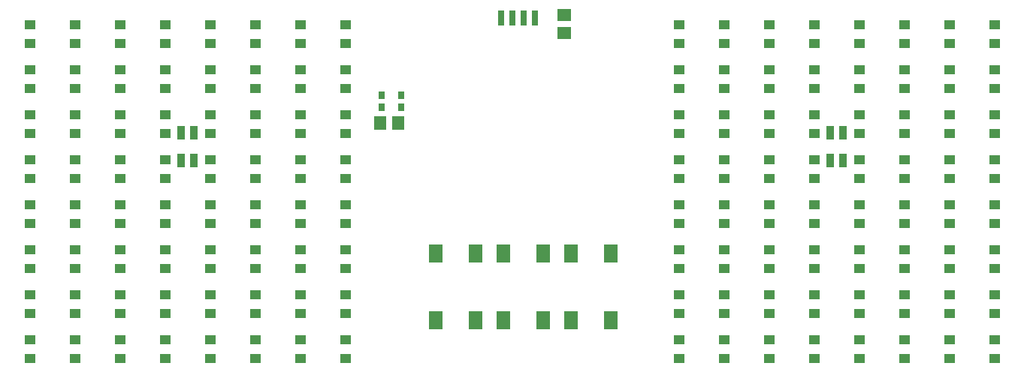
<source format=gtp>
G04*
G04 #@! TF.GenerationSoftware,Altium Limited,Altium Designer,18.1.9 (240)*
G04*
G04 Layer_Color=8421504*
%FSLAX25Y25*%
%MOIN*%
G70*
G01*
G75*
%ADD13R,0.03150X0.07087*%
%ADD14R,0.02598X0.03543*%
%ADD15R,0.02598X0.03543*%
%ADD16R,0.05906X0.07874*%
%ADD17R,0.03543X0.05906*%
%ADD18R,0.04724X0.04331*%
%ADD19R,0.05512X0.05906*%
%ADD20R,0.05906X0.05512*%
D13*
X395000Y287000D02*
D03*
X400000D02*
D03*
X405000D02*
D03*
X410000D02*
D03*
D14*
X342200Y247300D02*
D03*
D15*
X350800D02*
D03*
Y252700D02*
D03*
X342200D02*
D03*
D16*
X426142Y152736D02*
D03*
X443858Y152736D02*
D03*
X426142Y182264D02*
D03*
X443858D02*
D03*
X396142Y152736D02*
D03*
X413858D02*
D03*
X396142Y182264D02*
D03*
X413858D02*
D03*
X366142Y152736D02*
D03*
X383858Y152736D02*
D03*
X366142Y182264D02*
D03*
X383858Y182264D02*
D03*
D17*
X253205Y223898D02*
D03*
X258785D02*
D03*
X253215Y236102D02*
D03*
X258785D02*
D03*
X541205Y223898D02*
D03*
X546785D02*
D03*
X541215Y236102D02*
D03*
X546785D02*
D03*
D18*
X186000Y144134D02*
D03*
Y135866D02*
D03*
Y164134D02*
D03*
Y155866D02*
D03*
Y184134D02*
D03*
Y175866D02*
D03*
Y204134D02*
D03*
Y195866D02*
D03*
Y224134D02*
D03*
Y215866D02*
D03*
Y244134D02*
D03*
Y235866D02*
D03*
Y264134D02*
D03*
Y255866D02*
D03*
Y284134D02*
D03*
Y275866D02*
D03*
X206000Y144134D02*
D03*
Y135866D02*
D03*
Y164134D02*
D03*
Y155866D02*
D03*
Y184134D02*
D03*
Y175866D02*
D03*
Y204134D02*
D03*
Y195866D02*
D03*
Y224134D02*
D03*
Y215866D02*
D03*
Y244134D02*
D03*
Y235866D02*
D03*
Y264134D02*
D03*
Y255866D02*
D03*
Y284134D02*
D03*
Y275866D02*
D03*
X226000Y144134D02*
D03*
Y135866D02*
D03*
Y164134D02*
D03*
Y155866D02*
D03*
Y184134D02*
D03*
Y175866D02*
D03*
Y204134D02*
D03*
Y195866D02*
D03*
Y224134D02*
D03*
Y215866D02*
D03*
Y244134D02*
D03*
Y235866D02*
D03*
Y264134D02*
D03*
Y255866D02*
D03*
Y284134D02*
D03*
Y275866D02*
D03*
X246000Y144134D02*
D03*
Y135866D02*
D03*
Y164134D02*
D03*
Y155866D02*
D03*
Y184134D02*
D03*
Y175866D02*
D03*
Y204134D02*
D03*
Y195866D02*
D03*
Y224134D02*
D03*
Y215866D02*
D03*
Y244134D02*
D03*
Y235866D02*
D03*
Y264134D02*
D03*
Y255866D02*
D03*
Y284134D02*
D03*
Y275866D02*
D03*
X266000Y144134D02*
D03*
Y135866D02*
D03*
Y164134D02*
D03*
Y155866D02*
D03*
Y184134D02*
D03*
Y175866D02*
D03*
Y204134D02*
D03*
Y195866D02*
D03*
Y224134D02*
D03*
Y215866D02*
D03*
Y244134D02*
D03*
Y235866D02*
D03*
Y264134D02*
D03*
Y255866D02*
D03*
Y284134D02*
D03*
Y275866D02*
D03*
X286000Y144134D02*
D03*
Y135866D02*
D03*
Y164134D02*
D03*
Y155866D02*
D03*
Y184134D02*
D03*
Y175866D02*
D03*
Y204134D02*
D03*
Y195866D02*
D03*
Y224134D02*
D03*
Y215866D02*
D03*
Y244134D02*
D03*
Y235866D02*
D03*
Y264134D02*
D03*
Y255866D02*
D03*
Y284134D02*
D03*
Y275866D02*
D03*
X306000Y144134D02*
D03*
Y135866D02*
D03*
Y164134D02*
D03*
Y155866D02*
D03*
Y184134D02*
D03*
Y175866D02*
D03*
Y204134D02*
D03*
Y195866D02*
D03*
Y224134D02*
D03*
Y215866D02*
D03*
Y244134D02*
D03*
Y235866D02*
D03*
Y264134D02*
D03*
Y255866D02*
D03*
Y284134D02*
D03*
Y275866D02*
D03*
X326000Y144134D02*
D03*
Y135866D02*
D03*
Y164134D02*
D03*
Y155866D02*
D03*
Y184134D02*
D03*
Y175866D02*
D03*
Y204134D02*
D03*
Y195866D02*
D03*
Y224134D02*
D03*
Y215866D02*
D03*
Y244134D02*
D03*
Y235866D02*
D03*
Y264134D02*
D03*
Y255866D02*
D03*
Y284134D02*
D03*
Y275866D02*
D03*
X474000Y144134D02*
D03*
Y135866D02*
D03*
Y164134D02*
D03*
Y155866D02*
D03*
Y184134D02*
D03*
Y175866D02*
D03*
Y204134D02*
D03*
Y195866D02*
D03*
Y224134D02*
D03*
Y215866D02*
D03*
Y244134D02*
D03*
Y235866D02*
D03*
Y264134D02*
D03*
Y255866D02*
D03*
Y284134D02*
D03*
Y275866D02*
D03*
X494000Y144134D02*
D03*
Y135866D02*
D03*
Y164134D02*
D03*
Y155866D02*
D03*
Y184134D02*
D03*
Y175866D02*
D03*
Y204134D02*
D03*
Y195866D02*
D03*
Y224134D02*
D03*
Y215866D02*
D03*
Y244134D02*
D03*
Y235866D02*
D03*
Y264134D02*
D03*
Y255866D02*
D03*
Y284134D02*
D03*
Y275866D02*
D03*
X514000Y144134D02*
D03*
Y135866D02*
D03*
Y164134D02*
D03*
Y155866D02*
D03*
Y184134D02*
D03*
Y175866D02*
D03*
Y204134D02*
D03*
Y195866D02*
D03*
Y224134D02*
D03*
Y215866D02*
D03*
Y244134D02*
D03*
Y235866D02*
D03*
Y264134D02*
D03*
Y255866D02*
D03*
Y284134D02*
D03*
Y275866D02*
D03*
X534000Y144134D02*
D03*
Y135866D02*
D03*
Y164134D02*
D03*
Y155866D02*
D03*
Y184134D02*
D03*
Y175866D02*
D03*
Y204134D02*
D03*
Y195866D02*
D03*
Y224134D02*
D03*
Y215866D02*
D03*
Y244134D02*
D03*
Y235866D02*
D03*
Y264134D02*
D03*
Y255866D02*
D03*
Y284134D02*
D03*
Y275866D02*
D03*
X554000Y144134D02*
D03*
Y135866D02*
D03*
Y164134D02*
D03*
Y155866D02*
D03*
Y184134D02*
D03*
Y175866D02*
D03*
Y204134D02*
D03*
Y195866D02*
D03*
Y224134D02*
D03*
Y215866D02*
D03*
Y244134D02*
D03*
Y235866D02*
D03*
Y264134D02*
D03*
Y255866D02*
D03*
Y284134D02*
D03*
Y275866D02*
D03*
X574000Y144134D02*
D03*
Y135866D02*
D03*
Y164134D02*
D03*
Y155866D02*
D03*
Y184134D02*
D03*
Y175866D02*
D03*
Y204134D02*
D03*
Y195866D02*
D03*
Y224134D02*
D03*
Y215866D02*
D03*
Y244134D02*
D03*
Y235866D02*
D03*
Y264134D02*
D03*
Y255866D02*
D03*
Y284134D02*
D03*
Y275866D02*
D03*
X594000Y144134D02*
D03*
Y135866D02*
D03*
Y164134D02*
D03*
Y155866D02*
D03*
Y184134D02*
D03*
Y175866D02*
D03*
Y204134D02*
D03*
Y195866D02*
D03*
Y224134D02*
D03*
Y215866D02*
D03*
Y244134D02*
D03*
Y235866D02*
D03*
Y264134D02*
D03*
Y255866D02*
D03*
Y284134D02*
D03*
Y275866D02*
D03*
X614000Y144134D02*
D03*
Y135866D02*
D03*
Y164134D02*
D03*
Y155866D02*
D03*
Y184134D02*
D03*
Y175866D02*
D03*
Y204134D02*
D03*
Y195866D02*
D03*
Y224134D02*
D03*
Y215866D02*
D03*
Y244134D02*
D03*
Y235866D02*
D03*
Y264134D02*
D03*
Y255866D02*
D03*
Y284134D02*
D03*
Y275866D02*
D03*
D19*
X349437Y240500D02*
D03*
X341563D02*
D03*
D20*
X423000Y280563D02*
D03*
Y288437D02*
D03*
M02*

</source>
